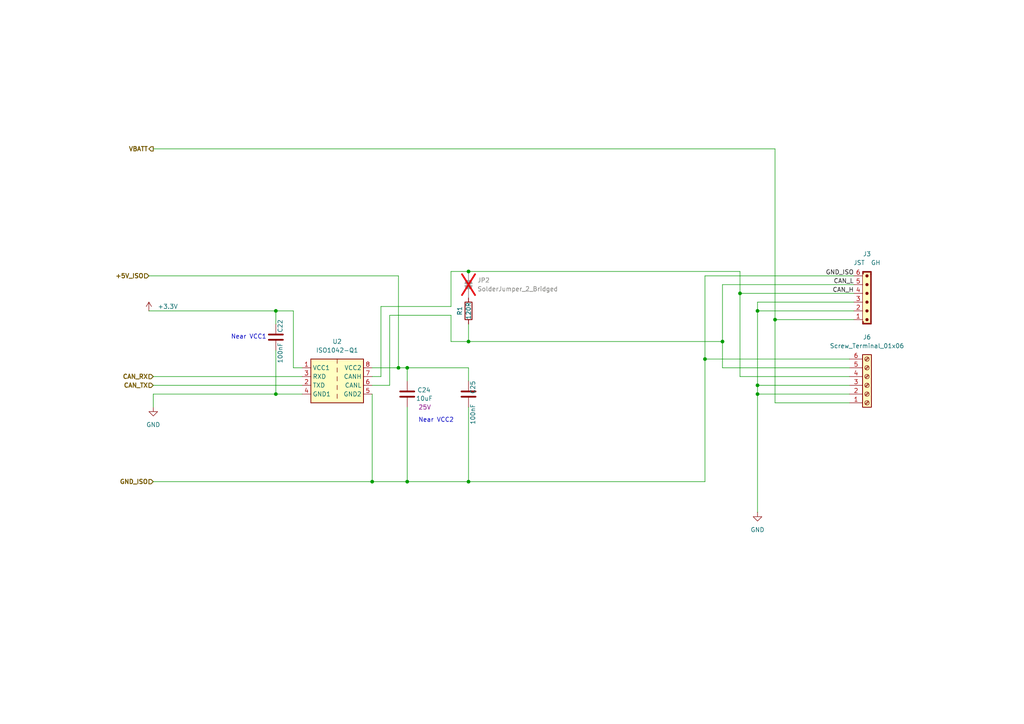
<source format=kicad_sch>
(kicad_sch (version 20250114) (generator "eeschema") (generator_version "9.0")
  (paper "A4")
  (title_block (date "2024-05-30"))
  (lib_symbols
    (symbol "Connector:Screw_Terminal_01x06" (pin_names (offset 1.016) (hide yes))
      (property "Reference" "J" (at 0 7.62 0))
      (property "Value" "Screw_Terminal_01x06" (at 0 -10.16 0))
      (symbol "Screw_Terminal_01x06_1_1"
        (rectangle (start -1.27 6.35) (end 1.27 -8.89) (stroke (width 0.254)) (fill (type background)))
        (polyline (pts (xy -0.5334 5.4102) (xy 0.3302 4.572)) (stroke (width 0.1524)))
        (polyline (pts (xy -0.5334 2.8702) (xy 0.3302 2.032)) (stroke (width 0.1524)))
        (polyline (pts (xy -0.5334 0.3302) (xy 0.3302 -0.508)) (stroke (width 0.1524)))
        (polyline (pts (xy -0.5334 -2.2098) (xy 0.3302 -3.048)) (stroke (width 0.1524)))
        (polyline (pts (xy -0.5334 -4.7498) (xy 0.3302 -5.588)) (stroke (width 0.1524)))
        (polyline (pts (xy -0.5334 -7.2898) (xy 0.3302 -8.128)) (stroke (width 0.1524)))
        (polyline (pts (xy -0.3556 5.588) (xy 0.508 4.7498)) (stroke (width 0.1524)))
        (polyline (pts (xy -0.3556 3.048) (xy 0.508 2.2098)) (stroke (width 0.1524)))
        (polyline (pts (xy -0.3556 0.508) (xy 0.508 -0.3302)) (stroke (width 0.1524)))
        (polyline (pts (xy -0.3556 -2.032) (xy 0.508 -2.8702)) (stroke (width 0.1524)))
        (polyline (pts (xy -0.3556 -4.572) (xy 0.508 -5.4102)) (stroke (width 0.1524)))
        (polyline (pts (xy -0.3556 -7.112) (xy 0.508 -7.9502)) (stroke (width 0.1524)))
        (circle (center 0 5.08) (radius 0.635) (stroke (width 0.1524)))
        (circle (center 0 2.54) (radius 0.635) (stroke (width 0.1524)))
        (circle (center 0 0) (radius 0.635) (stroke (width 0.1524)))
        (circle (center 0 -2.54) (radius 0.635) (stroke (width 0.1524)))
        (circle (center 0 -5.08) (radius 0.635) (stroke (width 0.1524)))
        (circle (center 0 -7.62) (radius 0.635) (stroke (width 0.1524)))
        (pin passive line (at -5.08 5.08 0) (length 3.81) (name "Pin_1") (number "1"))
        (pin passive line (at -5.08 2.54 0) (length 3.81) (name "Pin_2") (number "2"))
        (pin passive line (at -5.08 0 0) (length 3.81) (name "Pin_3") (number "3"))
        (pin passive line (at -5.08 -2.54 0) (length 3.81) (name "Pin_4") (number "4"))
        (pin passive line (at -5.08 -5.08 0) (length 3.81) (name "Pin_5") (number "5"))
        (pin passive line (at -5.08 -7.62 0) (length 3.81) (name "Pin_6") (number "6"))
      )
    )
    (symbol "Device:C" (pin_numbers (hide yes)) (pin_names (offset 0.254))
      (property "Reference" "C" (at 0.635 2.54 0))
      (property "Value" "C" (at 0.635 -2.54 0))
      (symbol "C_0_1"
        (polyline (pts (xy -2.032 0.762) (xy 2.032 0.762)) (stroke (width 0.508)))
        (polyline (pts (xy -2.032 -0.762) (xy 2.032 -0.762)) (stroke (width 0.508)))
      )
      (symbol "C_1_1"
        (pin passive line (at 0 3.81 270) (length 2.794) (name "~") (number "1"))
        (pin passive line (at 0 -3.81 90) (length 2.794) (name "~") (number "2"))
      )
    )
    (symbol "Device:R" (pin_numbers (hide yes)) (pin_names (offset 0))
      (property "Reference" "R" (at 2.032 0 90))
      (property "Value" "R" (at 0 0 90))
      (symbol "R_0_1"
        (rectangle (start -1.016 -2.54) (end 1.016 2.54) (stroke (width 0.254)))
      )
      (symbol "R_1_1"
        (pin passive line (at 0 3.81 270) (length 1.27) (name "~") (number "1"))
        (pin passive line (at 0 -3.81 90) (length 1.27) (name "~") (number "2"))
      )
    )
    (symbol "Jumper:SolderJumper_2_Bridged" (pin_numbers (hide yes)) (pin_names (offset 0) (hide yes)) (in_bom no)
      (property "Reference" "JP" (at 0 2.032 0))
      (property "Value" "SolderJumper_2_Bridged" (at 0 -2.54 0))
      (symbol "SolderJumper_2_Bridged_0_1"
        (rectangle (start -0.508 0.508) (end 0.508 -0.508) (fill (type outline)))
        (polyline (pts (xy -0.254 1.016) (xy -0.254 -1.016)))
        (arc (start -0.254 -1.016) (mid -1.2656 0) (end -0.254 1.016))
        (arc (start -0.254 -1.016) (mid -1.2656 0) (end -0.254 1.016) (fill (type outline)))
        (arc (start 0.254 1.016) (mid 1.2656 0) (end 0.254 -1.016))
        (arc (start 0.254 1.016) (mid 1.2656 0) (end 0.254 -1.016) (fill (type outline)))
        (polyline (pts (xy 0.254 1.016) (xy 0.254 -1.016)))
      )
      (symbol "SolderJumper_2_Bridged_1_1"
        (pin passive line (at -3.81 0 0) (length 2.54) (name "A") (number "1"))
        (pin passive line (at 3.81 0 180) (length 2.54) (name "B") (number "2"))
      )
    )
    (symbol "dnt_global:Conn_JST_06"
      (property "Reference" "J" (at 0 -12.7 0))
      (property "Value" "JST  GH" (at 0 -10.16 0))
      (symbol "Conn_JST_06_0_1"
        (rectangle (start -1.27 7.62) (end 1.27 -7.62) (fill (type background)))
        (polyline (pts (xy -1.27 -6.858) (xy -1.27 -7.62) (xy 1.27 -7.62) (xy 1.27 -6.858) (xy 1.016 -6.858) (xy 1.016 -7.366) (xy -1.016 -7.366) (xy -1.016 -6.858) (xy -1.27 -6.858)) (fill (type outline)))
        (circle (center 0 6.35) (radius 0.381) (fill (type outline)))
        (circle (center 0 3.81) (radius 0.381) (fill (type outline)))
        (circle (center 0 1.27) (radius 0.381) (fill (type outline)))
        (circle (center 0 -1.27) (radius 0.381) (fill (type outline)))
        (circle (center 0 -3.81) (radius 0.381) (fill (type outline)))
        (circle (center 0 -6.35) (radius 0.381) (fill (type outline)))
        (rectangle (start 1.016 -6.858) (end 1.27 6.858) (fill (type outline)))
        (rectangle (start 1.016 -6.858) (end 1.27 -6.858))
        (polyline (pts (xy 1.27 6.858) (xy 1.27 7.62) (xy -1.27 7.62) (xy -1.27 6.858) (xy -1.016 6.858) (xy -1.016 7.366) (xy 1.016 7.366) (xy 1.016 6.858) (xy 1.27 6.858)) (fill (type outline)))
      )
      (symbol "Conn_JST_06_1_1"
        (pin passive line (at -3.81 6.35 0) (length 2.54) (name "") (number "1"))
        (pin passive line (at -3.81 3.81 0) (length 2.54) (name "") (number "2"))
        (pin passive line (at -3.81 1.27 0) (length 2.54) (name "") (number "3"))
        (pin passive line (at -3.81 -1.27 0) (length 2.54) (name "") (number "4"))
        (pin passive line (at -3.81 -3.81 0) (length 2.54) (name "") (number "5"))
        (pin passive line (at -3.81 -6.35 0) (length 2.54) (name "") (number "6"))
      )
    )
    (symbol "dnt_global:ISO1042-Q1"
      (property "Reference" "U2" (at 0 10.16 0))
      (property "Value" "ISO1042-Q1" (at 0 7.62 0))
      (symbol "ISO1042-Q1_0_1"
        (polyline (pts (xy 0 5.08) (xy 0 3.81)))
        (polyline (pts (xy 0 2.54) (xy 0 1.27)))
        (polyline (pts (xy 0 0) (xy 0 -1.27)))
        (polyline (pts (xy 0 -2.54) (xy 0 -3.81)))
        (polyline (pts (xy 0 -5.08) (xy 0 -6.35)))
      )
      (symbol "ISO1042-Q1_1_1"
        (rectangle (start -7.62 5.08) (end 7.62 -7.62) (stroke (width 0.254)) (fill (type background)))
        (pin power_in line (at -10.16 2.54 0) (length 2.54) (name "VCC1") (number "1"))
        (pin output line (at -10.16 0 0) (length 2.54) (name "RXD") (number "3"))
        (pin input line (at -10.16 -2.54 0) (length 2.54) (name "TXD") (number "2"))
        (pin power_in line (at -10.16 -5.08 0) (length 2.54) (name "GND1") (number "4"))
        (pin power_in line (at 10.16 2.54 180) (length 2.54) (name "VCC2") (number "8"))
        (pin bidirectional line (at 10.16 0 180) (length 2.54) (name "CANH") (number "7"))
        (pin bidirectional line (at 10.16 -2.54 180) (length 2.54) (name "CANL") (number "6"))
        (pin power_in line (at 10.16 -5.08 180) (length 2.54) (name "GND2") (number "5"))
      )
    )
    (symbol "power:+3.3V" (power) (pin_numbers (hide yes)) (pin_names (offset 0) (hide yes))
      (property "Value" "+3.3V" (at 0 3.556 0))
      (symbol "+3.3V_0_1"
        (polyline (pts (xy -0.762 1.27) (xy 0 2.54)))
        (polyline (pts (xy 0 2.54) (xy 0.762 1.27)))
        (polyline (pts (xy 0 0) (xy 0 2.54)))
      )
      (symbol "+3.3V_1_1"
        (pin power_in line (at 0 0 90) (length 0) (name "~") (number "1"))
      )
    )
    (symbol "power:GND" (power) (pin_numbers (hide yes)) (pin_names (offset 0) (hide yes))
      (property "Value" "GND" (at 0 -3.81 0))
      (symbol "GND_0_1"
        (polyline (pts (xy 0 0) (xy 0 -1.27) (xy 1.27 -1.27) (xy 0 -2.54) (xy -1.27 -1.27) (xy 0 -1.27)))
      )
      (symbol "GND_1_1"
        (pin power_in line (at 0 0 270) (length 0) (name "~") (number "1"))
      )
    )
  )
  (text "Near VCC1" (at 72.136 97.79 0) (effects (font (size 1.27 1.27))))
  (text "Near VCC2" (at 126.492 121.92 0) (effects (font (size 1.27 1.27))))
  (junction (at 135.89 99.06))
  (junction (at 214.63 85.09))
  (junction (at 135.89 139.7))
  (junction (at 219.71 114.3))
  (junction (at 118.11 106.68))
  (junction (at 209.55 99.06))
  (junction (at 224.79 92.71))
  (junction (at 107.95 139.7))
  (junction (at 204.47 104.14))
  (junction (at 80.01 90.17))
  (junction (at 80.01 114.3))
  (junction (at 115.57 106.68))
  (junction (at 219.71 90.17))
  (junction (at 135.89 78.74))
  (junction (at 118.11 139.7))
  (junction (at 219.71 111.76))
  (wire (pts (xy 44.45 109.22) (xy 87.63 109.22)))
  (wire (pts (xy 80.01 90.17) (xy 80.01 93.98)))
  (wire (pts (xy 80.01 90.17) (xy 85.09 90.17)))
  (wire (pts (xy 115.57 80.01) (xy 115.57 106.68)))
  (wire (pts (xy 85.09 106.68) (xy 87.63 106.68)))
  (wire (pts (xy 110.49 88.9) (xy 130.81 88.9)))
  (wire (pts (xy 113.03 91.44) (xy 113.03 111.76)))
  (wire (pts (xy 224.79 92.71) (xy 224.79 116.84)))
  (wire (pts (xy 80.01 101.6) (xy 80.01 114.3)))
  (wire (pts (xy 224.79 43.18) (xy 224.79 92.71)))
  (wire (pts (xy 107.95 106.68) (xy 115.57 106.68)))
  (wire (pts (xy 118.11 106.68) (xy 118.11 110.49)))
  (wire (pts (xy 135.89 93.98) (xy 135.89 99.06)))
  (wire (pts (xy 118.11 139.7) (xy 107.95 139.7)))
  (wire (pts (xy 44.45 43.18) (xy 224.79 43.18)))
  (wire (pts (xy 43.18 90.17) (xy 80.01 90.17)))
  (wire (pts (xy 209.55 99.06) (xy 209.55 106.68)))
  (wire (pts (xy 107.95 114.3) (xy 107.95 139.7)))
  (wire (pts (xy 209.55 82.55) (xy 209.55 99.06)))
  (wire (pts (xy 219.71 90.17) (xy 219.71 111.76)))
  (wire (pts (xy 44.45 114.3) (xy 44.45 118.11)))
  (wire (pts (xy 247.65 85.09) (xy 214.63 85.09)))
  (wire (pts (xy 247.65 80.01) (xy 204.47 80.01)))
  (wire (pts (xy 135.89 78.74) (xy 214.63 78.74)))
  (wire (pts (xy 214.63 109.22) (xy 246.38 109.22)))
  (wire (pts (xy 135.89 139.7) (xy 204.47 139.7)))
  (wire (pts (xy 118.11 118.11) (xy 118.11 139.7)))
  (wire (pts (xy 110.49 109.22) (xy 107.95 109.22)))
  (wire (pts (xy 246.38 114.3) (xy 219.71 114.3)))
  (wire (pts (xy 247.65 90.17) (xy 219.71 90.17)))
  (wire (pts (xy 130.81 88.9) (xy 130.81 78.74)))
  (wire (pts (xy 219.71 111.76) (xy 219.71 114.3)))
  (wire (pts (xy 130.81 91.44) (xy 130.81 99.06)))
  (wire (pts (xy 118.11 139.7) (xy 135.89 139.7)))
  (wire (pts (xy 204.47 104.14) (xy 246.38 104.14)))
  (wire (pts (xy 113.03 91.44) (xy 130.81 91.44)))
  (wire (pts (xy 118.11 106.68) (xy 135.89 106.68)))
  (wire (pts (xy 107.95 139.7) (xy 44.45 139.7)))
  (wire (pts (xy 85.09 90.17) (xy 85.09 106.68)))
  (wire (pts (xy 224.79 116.84) (xy 246.38 116.84)))
  (wire (pts (xy 110.49 88.9) (xy 110.49 109.22)))
  (wire (pts (xy 214.63 78.74) (xy 214.63 85.09)))
  (wire (pts (xy 130.81 78.74) (xy 135.89 78.74)))
  (wire (pts (xy 115.57 106.68) (xy 118.11 106.68)))
  (wire (pts (xy 130.81 99.06) (xy 135.89 99.06)))
  (wire (pts (xy 44.45 114.3) (xy 80.01 114.3)))
  (wire (pts (xy 219.71 87.63) (xy 219.71 90.17)))
  (wire (pts (xy 246.38 111.76) (xy 219.71 111.76)))
  (wire (pts (xy 135.89 99.06) (xy 209.55 99.06)))
  (wire (pts (xy 44.45 111.76) (xy 87.63 111.76)))
  (wire (pts (xy 80.01 114.3) (xy 87.63 114.3)))
  (wire (pts (xy 204.47 104.14) (xy 204.47 139.7)))
  (wire (pts (xy 135.89 118.11) (xy 135.89 139.7)))
  (wire (pts (xy 209.55 82.55) (xy 247.65 82.55)))
  (wire (pts (xy 209.55 106.68) (xy 246.38 106.68)))
  (wire (pts (xy 247.65 92.71) (xy 224.79 92.71)))
  (wire (pts (xy 204.47 80.01) (xy 204.47 104.14)))
  (wire (pts (xy 219.71 114.3) (xy 219.71 148.59)))
  (wire (pts (xy 247.65 87.63) (xy 219.71 87.63)))
  (wire (pts (xy 113.03 111.76) (xy 107.95 111.76)))
  (wire (pts (xy 135.89 106.68) (xy 135.89 110.49)))
  (wire (pts (xy 43.18 80.01) (xy 115.57 80.01)))
  (wire (pts (xy 214.63 85.09) (xy 214.63 109.22)))
  (label "CAN_H" (at 247.65 85.09 180))
  (label "GND_ISO" (at 247.65 80.01 180))
  (label "CAN_L" (at 247.65 82.55 180))
  (hierarchical_label "CAN_RX" (shape input) (at 44.45 109.22 180) (effects (font (bold yes))))
  (hierarchical_label "CAN_TX" (shape input) (at 44.45 111.76 180) (effects (font (thickness 0.254) (bold yes))))
  (hierarchical_label "+5V_ISO" (shape input) (at 43.18 80.01 180) (effects (font (bold yes))))
  (hierarchical_label "GND_ISO" (shape input) (at 44.45 139.7 180) (effects (font (bold yes))))
  (hierarchical_label "VBATT" (shape output) (at 44.45 43.18 180) (effects (font (bold yes))))
  (symbol (lib_id "power:GND") (at 44.45 118.11 0) (unit 1)
    (property "Reference" "#PWR05" (effects (hide yes)))
    (property "Value" "GND" (at 44.45 123.19 0))
    (property "Description" "Power symbol creates a global label with name \"GND\" , ground" (effects (hide yes)))
  )
  (symbol (lib_id "Device:C") (at 135.89 114.3 0) (unit 1)
    (property "Reference" "C25" (at 137.16 114.3 90) (effects (justify left)))
    (property "Value" "100nF" (at 137.16 123.19 90) (effects (justify left)))
    (property "Footprint" "Capacitor_SMD:C_0603_1608Metric" (effects (hide yes)))
    (property "Datasheet" "https://wmsc.lcsc.com/wmsc/upload/file/pdf/v2/lcsc/2211101700_YAGEO-CC0603KRX7R9BB104_C14663.pdf" (effects (hide yes)))
    (property "Description" "50V 100nF X7R ±10% 0603 Multilayer Ceramic Capacitors MLCC - SMD/SMT ROHS" (effects (hide yes)))
    (property "LCSC" "C14663" (effects (hide yes)))
    (property "Manufacturer" "YAGEO" (effects (hide yes)))
    (property "Part Number" "CC0603KRX7R9BB104 " (effects (hide yes)))
  )
  (symbol (lib_id "Device:R") (at 135.89 90.17 0) (mirror x) (unit 1)
    (property "Reference" "R1" (at 133.35 90.17 90))
    (property "Value" "120R" (at 135.89 90.17 90))
    (property "Footprint" "Resistor_SMD:R_0805_2012Metric" (effects (hide yes)))
    (property "Datasheet" "https://wmsc.lcsc.com/wmsc/upload/file/pdf/v2/lcsc/2206010216_UNI-ROYAL-Uniroyal-Elec-0805W8F1200T5E_C17437.pdf" (effects (hide yes)))
    (property "Description" "Resistor" (effects (hide yes)))
    (property "LCSC" "C17437" (effects (hide yes)))
  )
  (symbol (lib_id "Device:C") (at 80.01 97.79 0) (unit 1)
    (property "Reference" "C22" (at 81.28 96.52 90) (effects (justify left)))
    (property "Value" "100nF" (at 81.28 105.41 90) (effects (justify left)))
    (property "Footprint" "Capacitor_SMD:C_0603_1608Metric" (effects (hide yes)))
    (property "Datasheet" "https://wmsc.lcsc.com/wmsc/upload/file/pdf/v2/lcsc/2211101700_YAGEO-CC0603KRX7R9BB104_C14663.pdf" (effects (hide yes)))
    (property "Description" "50V 100nF X7R ±10% 0603 Multilayer Ceramic Capacitors MLCC - SMD/SMT ROHS" (effects (hide yes)))
    (property "LCSC" "C14663" (effects (hide yes)))
    (property "Manufacturer" "YAGEO" (effects (hide yes)))
    (property "Part Number" "CC0603KRX7R9BB104 " (effects (hide yes)))
  )
  (symbol (lib_id "Device:C") (at 118.11 114.3 0) (unit 1)
    (property "Reference" "C24" (at 121.031 113.1316 0) (effects (justify left)))
    (property "Value" "10uF" (at 120.65 115.57 0) (effects (justify left)))
    (property "Footprint" "Capacitor_SMD:C_0603_1608Metric" (effects (hide yes)))
    (property "Description" "X5R" (effects (hide yes)))
    (property "LCSC" "C96446" (effects (hide yes)))
    (property "Voltage" "25V" (at 123.19 118.11 0))
  )
  (symbol (lib_id "power:+3.3V") (at 43.18 90.17 0) (unit 1)
    (property "Reference" "#PWR026" (effects (hide yes)))
    (property "Value" "+3.3V" (at 45.72 88.8999 0) (effects (justify left)))
    (property "Description" "Power symbol creates a global label with name \"+3.3V\"" (effects (hide yes)))
  )
  (symbol (lib_id "power:GND") (at 219.71 148.59 0) (mirror y) (unit 1)
    (property "Reference" "#PWR014" (effects (hide yes)))
    (property "Value" "GND" (at 219.71 153.67 0))
    (property "Description" "Power symbol creates a global label with name \"GND\" , ground" (effects (hide yes)))
  )
  (symbol (lib_id "dnt_global:Conn_JST_06") (at 251.46 86.36 0) (mirror x) (unit 1)
    (property "Reference" "J3" (at 251.46 73.66 0))
    (property "Value" "JST  GH" (at 251.46 76.2 0))
    (property "Footprint" "dnt:JST_GH_BM06B-GHS-TBT_1x06-1MP_P1.25mm_Vertical" (effects (hide yes)))
    (property "Datasheet" "https://wmsc.lcsc.com/wmsc/upload/file/pdf/v2/lcsc/2304140030_JST-BM06B-GHS-TBT-LF-SN_C189892.pdf" (effects (hide yes)))
    (property "Description" "JST Connector  6 pins" (effects (hide yes)))
    (property "LCSC" "C189892" (effects (hide yes)))
  )
  (symbol (lib_id "Connector:Screw_Terminal_01x06") (at 251.46 111.76 0) (mirror x) (unit 1)
    (property "Reference" "J6" (at 251.46 97.79 0))
    (property "Value" "Screw_Terminal_01x06" (at 251.46 100.33 0))
    (property "Footprint" "TerminalBlock_Phoenix:TerminalBlock_Phoenix_PT-1,5-6-3.5-H_1x06_P3.50mm_Horizontal" (effects (hide yes)))
    (property "Description" "Generic screw terminal, single row, 01x06, script generated (kicad-library-utils/schlib/autogen/connector/)" (effects (hide yes)))
    (property "LCSC" "C5290323" (effects (hide yes)))
  )
  (symbol (lib_id "Jumper:SolderJumper_2_Bridged") (at 135.89 82.55 90) (unit 1) (in_bom no) (dnp yes)
    (property "Reference" "JP2" (at 138.43 81.2799 90) (effects (justify right)))
    (property "Value" "SolderJumper_2_Bridged" (at 138.43 83.8199 90) (effects (justify right)))
    (property "Footprint" "Jumper:SolderJumper-2_P1.3mm_Bridged2Bar_Pad1.0x1.5mm" (effects (hide yes)))
    (property "Description" "Solder Jumper, 2-pole, closed/bridged" (effects (hide yes)))
  )
  (symbol (lib_id "dnt_global:ISO1042-Q1") (at 97.79 109.22 0) (unit 1)
    (property "Reference" "U2" (at 97.79 99.06 0))
    (property "Value" "ISO1042-Q1" (at 97.79 101.6 0))
    (property "Footprint" "Package_SO:SOIC-8_7.5x5.85mm_P1.27mm" (effects (hide yes)))
    (property "Datasheet" "https://www.ti.com/lit/ds/symlink/iso1042-q1.pdf" (effects (hide yes)))
    (property "Description" "Isolated CAN FD Transceiver, SOIC-8" (effects (hide yes)))
    (property "LCSC" "C2672259" (effects (hide yes)))
    (property "JLD" "https://jlcpcb.com/partdetail/TexasInstruments-ISO1042BQDWVRQ1/C2672259" (effects (hide yes)))
    (property "JLCPCB Rotation Offset" "90" (effects (hide yes)))
  )
)
</source>
